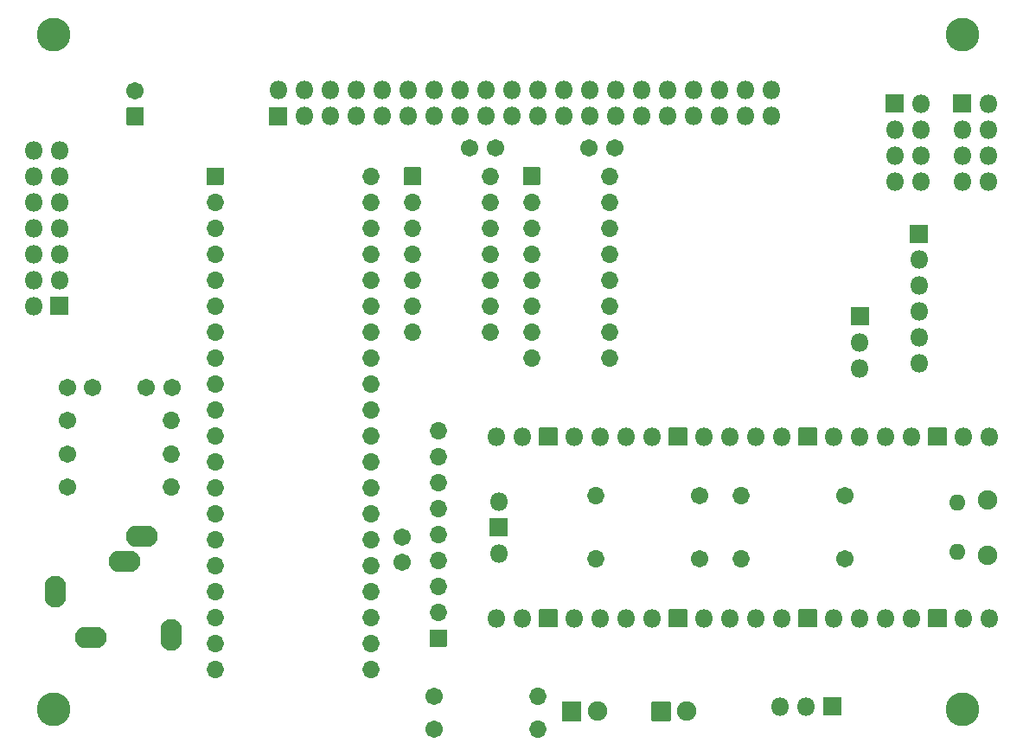
<source format=gbs>
G04 #@! TF.GenerationSoftware,KiCad,Pcbnew,(6.0.0-0)*
G04 #@! TF.CreationDate,2022-01-10T15:54:52+09:00*
G04 #@! TF.ProjectId,KZ80-USBKBD,4b5a3830-2d55-4534-924b-42442e6b6963,rev?*
G04 #@! TF.SameCoordinates,Original*
G04 #@! TF.FileFunction,Soldermask,Bot*
G04 #@! TF.FilePolarity,Negative*
%FSLAX46Y46*%
G04 Gerber Fmt 4.6, Leading zero omitted, Abs format (unit mm)*
G04 Created by KiCad (PCBNEW (6.0.0-0)) date 2022-01-10 15:54:52*
%MOMM*%
%LPD*%
G01*
G04 APERTURE LIST*
%ADD10C,1.702000*%
%ADD11C,1.902000*%
%ADD12O,1.802000X1.802000*%
%ADD13O,2.102000X3.102000*%
%ADD14O,3.102000X2.102000*%
%ADD15C,3.302000*%
%ADD16O,1.702000X1.702000*%
%ADD17O,1.602000X1.602000*%
%ADD18O,1.902000X1.902000*%
G04 APERTURE END LIST*
G36*
G01*
X106300000Y-67351000D02*
X104700000Y-67351000D01*
G75*
G02*
X104649000Y-67300000I0J51000D01*
G01*
X104649000Y-65700000D01*
G75*
G02*
X104700000Y-65649000I51000J0D01*
G01*
X106300000Y-65649000D01*
G75*
G02*
X106351000Y-65700000I0J-51000D01*
G01*
X106351000Y-67300000D01*
G75*
G02*
X106300000Y-67351000I-51000J0D01*
G01*
G37*
D10*
X105500000Y-64000000D03*
X106608000Y-93036000D03*
X109108000Y-93036000D03*
X98858000Y-93036000D03*
X101358000Y-93036000D03*
X131624000Y-110184000D03*
X131624000Y-107684000D03*
X152452000Y-69564000D03*
X149952000Y-69564000D03*
X140778000Y-69564000D03*
X138278000Y-69564000D03*
G36*
G01*
X147299000Y-125650000D02*
X147299000Y-123850000D01*
G75*
G02*
X147350000Y-123799000I51000J0D01*
G01*
X149150000Y-123799000D01*
G75*
G02*
X149201000Y-123850000I0J-51000D01*
G01*
X149201000Y-125650000D01*
G75*
G02*
X149150000Y-125701000I-51000J0D01*
G01*
X147350000Y-125701000D01*
G75*
G02*
X147299000Y-125650000I0J51000D01*
G01*
G37*
D11*
X150790000Y-124750000D03*
G36*
G01*
X156049000Y-125650000D02*
X156049000Y-123850000D01*
G75*
G02*
X156100000Y-123799000I51000J0D01*
G01*
X157900000Y-123799000D01*
G75*
G02*
X157951000Y-123850000I0J-51000D01*
G01*
X157951000Y-125650000D01*
G75*
G02*
X157900000Y-125701000I-51000J0D01*
G01*
X156100000Y-125701000D01*
G75*
G02*
X156049000Y-125650000I0J51000D01*
G01*
G37*
X159540000Y-124750000D03*
G36*
G01*
X120350000Y-67401000D02*
X118650000Y-67401000D01*
G75*
G02*
X118599000Y-67350000I0J51000D01*
G01*
X118599000Y-65650000D01*
G75*
G02*
X118650000Y-65599000I51000J0D01*
G01*
X120350000Y-65599000D01*
G75*
G02*
X120401000Y-65650000I0J-51000D01*
G01*
X120401000Y-67350000D01*
G75*
G02*
X120350000Y-67401000I-51000J0D01*
G01*
G37*
D12*
X119500000Y-63960000D03*
X122040000Y-66500000D03*
X122040000Y-63960000D03*
X124580000Y-66500000D03*
X124580000Y-63960000D03*
X127120000Y-66500000D03*
X127120000Y-63960000D03*
X129660000Y-66500000D03*
X129660000Y-63960000D03*
X132200000Y-66500000D03*
X132200000Y-63960000D03*
X134740000Y-66500000D03*
X134740000Y-63960000D03*
X137280000Y-66500000D03*
X137280000Y-63960000D03*
X139820000Y-66500000D03*
X139820000Y-63960000D03*
X142360000Y-66500000D03*
X142360000Y-63960000D03*
X144900000Y-66500000D03*
X144900000Y-63960000D03*
X147440000Y-66500000D03*
X147440000Y-63960000D03*
X149980000Y-66500000D03*
X149980000Y-63960000D03*
X152520000Y-66500000D03*
X152520000Y-63960000D03*
X155060000Y-66500000D03*
X155060000Y-63960000D03*
X157600000Y-66500000D03*
X157600000Y-63960000D03*
X160140000Y-66500000D03*
X160140000Y-63960000D03*
X162680000Y-66500000D03*
X162680000Y-63960000D03*
X165220000Y-66500000D03*
X165220000Y-63960000D03*
X167760000Y-66500000D03*
X167760000Y-63960000D03*
G36*
G01*
X99002000Y-84213000D02*
X99002000Y-85913000D01*
G75*
G02*
X98951000Y-85964000I-51000J0D01*
G01*
X97251000Y-85964000D01*
G75*
G02*
X97200000Y-85913000I0J51000D01*
G01*
X97200000Y-84213000D01*
G75*
G02*
X97251000Y-84162000I51000J0D01*
G01*
X98951000Y-84162000D01*
G75*
G02*
X99002000Y-84213000I0J-51000D01*
G01*
G37*
X95561000Y-85063000D03*
X98101000Y-82523000D03*
X95561000Y-82523000D03*
X98101000Y-79983000D03*
X95561000Y-79983000D03*
X98101000Y-77443000D03*
X95561000Y-77443000D03*
X98101000Y-74903000D03*
X95561000Y-74903000D03*
X98101000Y-72363000D03*
X95561000Y-72363000D03*
X98101000Y-69823000D03*
X95561000Y-69823000D03*
D13*
X97700000Y-113000000D03*
D14*
X106200000Y-107600000D03*
X104500000Y-110100000D03*
D13*
X109000000Y-117300000D03*
D14*
X101200000Y-117500000D03*
G36*
G01*
X181349000Y-78850000D02*
X181349000Y-77150000D01*
G75*
G02*
X181400000Y-77099000I51000J0D01*
G01*
X183100000Y-77099000D01*
G75*
G02*
X183151000Y-77150000I0J-51000D01*
G01*
X183151000Y-78850000D01*
G75*
G02*
X183100000Y-78901000I-51000J0D01*
G01*
X181400000Y-78901000D01*
G75*
G02*
X181349000Y-78850000I0J51000D01*
G01*
G37*
D12*
X182250000Y-80540000D03*
X182250000Y-83080000D03*
X182250000Y-85620000D03*
X182250000Y-88160000D03*
X182250000Y-90700000D03*
G36*
G01*
X185582000Y-66106000D02*
X185582000Y-64406000D01*
G75*
G02*
X185633000Y-64355000I51000J0D01*
G01*
X187333000Y-64355000D01*
G75*
G02*
X187384000Y-64406000I0J-51000D01*
G01*
X187384000Y-66106000D01*
G75*
G02*
X187333000Y-66157000I-51000J0D01*
G01*
X185633000Y-66157000D01*
G75*
G02*
X185582000Y-66106000I0J51000D01*
G01*
G37*
X189023000Y-65256000D03*
X186483000Y-67796000D03*
X189023000Y-67796000D03*
X186483000Y-70336000D03*
X189023000Y-70336000D03*
X186483000Y-72876000D03*
X189023000Y-72876000D03*
G36*
G01*
X178982000Y-66106000D02*
X178982000Y-64406000D01*
G75*
G02*
X179033000Y-64355000I51000J0D01*
G01*
X180733000Y-64355000D01*
G75*
G02*
X180784000Y-64406000I0J-51000D01*
G01*
X180784000Y-66106000D01*
G75*
G02*
X180733000Y-66157000I-51000J0D01*
G01*
X179033000Y-66157000D01*
G75*
G02*
X178982000Y-66106000I0J51000D01*
G01*
G37*
X182423000Y-65256000D03*
X179883000Y-67796000D03*
X182423000Y-67796000D03*
X179883000Y-70336000D03*
X182423000Y-70336000D03*
X179883000Y-72876000D03*
X182423000Y-72876000D03*
G36*
G01*
X175575000Y-86924000D02*
X175575000Y-85224000D01*
G75*
G02*
X175626000Y-85173000I51000J0D01*
G01*
X177326000Y-85173000D01*
G75*
G02*
X177377000Y-85224000I0J-51000D01*
G01*
X177377000Y-86924000D01*
G75*
G02*
X177326000Y-86975000I-51000J0D01*
G01*
X175626000Y-86975000D01*
G75*
G02*
X175575000Y-86924000I0J51000D01*
G01*
G37*
X176476000Y-88614000D03*
X176476000Y-91154000D03*
D15*
X97500000Y-58500000D03*
X186500000Y-58500000D03*
X97500000Y-124500000D03*
X186500000Y-124500000D03*
D10*
X134750000Y-123250000D03*
D16*
X144910000Y-123250000D03*
D10*
X134750000Y-126500000D03*
D16*
X144910000Y-126500000D03*
D10*
X98858000Y-99536000D03*
D16*
X109018000Y-99536000D03*
D10*
X98858000Y-102786000D03*
D16*
X109018000Y-102786000D03*
D10*
X98858000Y-96286000D03*
D16*
X109018000Y-96286000D03*
G36*
G01*
X172900000Y-123349000D02*
X174600000Y-123349000D01*
G75*
G02*
X174651000Y-123400000I0J-51000D01*
G01*
X174651000Y-125100000D01*
G75*
G02*
X174600000Y-125151000I-51000J0D01*
G01*
X172900000Y-125151000D01*
G75*
G02*
X172849000Y-125100000I0J51000D01*
G01*
X172849000Y-123400000D01*
G75*
G02*
X172900000Y-123349000I51000J0D01*
G01*
G37*
D12*
X171210000Y-124250000D03*
X168670000Y-124250000D03*
D17*
X185970000Y-109175000D03*
X185970000Y-104325000D03*
D18*
X189000000Y-109475000D03*
X189000000Y-104025000D03*
D12*
X189130000Y-97860000D03*
X186590000Y-97860000D03*
G36*
G01*
X183200000Y-96959000D02*
X184900000Y-96959000D01*
G75*
G02*
X184951000Y-97010000I0J-51000D01*
G01*
X184951000Y-98710000D01*
G75*
G02*
X184900000Y-98761000I-51000J0D01*
G01*
X183200000Y-98761000D01*
G75*
G02*
X183149000Y-98710000I0J51000D01*
G01*
X183149000Y-97010000D01*
G75*
G02*
X183200000Y-96959000I51000J0D01*
G01*
G37*
X181510000Y-97860000D03*
X178970000Y-97860000D03*
X176430000Y-97860000D03*
X173890000Y-97860000D03*
G36*
G01*
X170500000Y-96959000D02*
X172200000Y-96959000D01*
G75*
G02*
X172251000Y-97010000I0J-51000D01*
G01*
X172251000Y-98710000D01*
G75*
G02*
X172200000Y-98761000I-51000J0D01*
G01*
X170500000Y-98761000D01*
G75*
G02*
X170449000Y-98710000I0J51000D01*
G01*
X170449000Y-97010000D01*
G75*
G02*
X170500000Y-96959000I51000J0D01*
G01*
G37*
X168810000Y-97860000D03*
X166270000Y-97860000D03*
X163730000Y-97860000D03*
X161190000Y-97860000D03*
G36*
G01*
X157800000Y-96959000D02*
X159500000Y-96959000D01*
G75*
G02*
X159551000Y-97010000I0J-51000D01*
G01*
X159551000Y-98710000D01*
G75*
G02*
X159500000Y-98761000I-51000J0D01*
G01*
X157800000Y-98761000D01*
G75*
G02*
X157749000Y-98710000I0J51000D01*
G01*
X157749000Y-97010000D01*
G75*
G02*
X157800000Y-96959000I51000J0D01*
G01*
G37*
X156110000Y-97860000D03*
X153570000Y-97860000D03*
X151030000Y-97860000D03*
X148490000Y-97860000D03*
G36*
G01*
X145100000Y-96959000D02*
X146800000Y-96959000D01*
G75*
G02*
X146851000Y-97010000I0J-51000D01*
G01*
X146851000Y-98710000D01*
G75*
G02*
X146800000Y-98761000I-51000J0D01*
G01*
X145100000Y-98761000D01*
G75*
G02*
X145049000Y-98710000I0J51000D01*
G01*
X145049000Y-97010000D01*
G75*
G02*
X145100000Y-96959000I51000J0D01*
G01*
G37*
X143410000Y-97860000D03*
X140870000Y-97860000D03*
X140870000Y-115640000D03*
X143410000Y-115640000D03*
G36*
G01*
X145100000Y-114739000D02*
X146800000Y-114739000D01*
G75*
G02*
X146851000Y-114790000I0J-51000D01*
G01*
X146851000Y-116490000D01*
G75*
G02*
X146800000Y-116541000I-51000J0D01*
G01*
X145100000Y-116541000D01*
G75*
G02*
X145049000Y-116490000I0J51000D01*
G01*
X145049000Y-114790000D01*
G75*
G02*
X145100000Y-114739000I51000J0D01*
G01*
G37*
X148490000Y-115640000D03*
X151030000Y-115640000D03*
X153570000Y-115640000D03*
X156110000Y-115640000D03*
G36*
G01*
X157800000Y-114739000D02*
X159500000Y-114739000D01*
G75*
G02*
X159551000Y-114790000I0J-51000D01*
G01*
X159551000Y-116490000D01*
G75*
G02*
X159500000Y-116541000I-51000J0D01*
G01*
X157800000Y-116541000D01*
G75*
G02*
X157749000Y-116490000I0J51000D01*
G01*
X157749000Y-114790000D01*
G75*
G02*
X157800000Y-114739000I51000J0D01*
G01*
G37*
X161190000Y-115640000D03*
X163730000Y-115640000D03*
X166270000Y-115640000D03*
X168810000Y-115640000D03*
G36*
G01*
X170500000Y-114739000D02*
X172200000Y-114739000D01*
G75*
G02*
X172251000Y-114790000I0J-51000D01*
G01*
X172251000Y-116490000D01*
G75*
G02*
X172200000Y-116541000I-51000J0D01*
G01*
X170500000Y-116541000D01*
G75*
G02*
X170449000Y-116490000I0J51000D01*
G01*
X170449000Y-114790000D01*
G75*
G02*
X170500000Y-114739000I51000J0D01*
G01*
G37*
X173890000Y-115640000D03*
X176430000Y-115640000D03*
X178970000Y-115640000D03*
X181510000Y-115640000D03*
G36*
G01*
X183200000Y-114739000D02*
X184900000Y-114739000D01*
G75*
G02*
X184951000Y-114790000I0J-51000D01*
G01*
X184951000Y-116490000D01*
G75*
G02*
X184900000Y-116541000I-51000J0D01*
G01*
X183200000Y-116541000D01*
G75*
G02*
X183149000Y-116490000I0J51000D01*
G01*
X183149000Y-114790000D01*
G75*
G02*
X183200000Y-114739000I51000J0D01*
G01*
G37*
X186590000Y-115640000D03*
X189130000Y-115640000D03*
X141100000Y-104210000D03*
G36*
G01*
X140250000Y-105849000D02*
X141950000Y-105849000D01*
G75*
G02*
X142001000Y-105900000I0J-51000D01*
G01*
X142001000Y-107600000D01*
G75*
G02*
X141950000Y-107651000I-51000J0D01*
G01*
X140250000Y-107651000D01*
G75*
G02*
X140199000Y-107600000I0J51000D01*
G01*
X140199000Y-105900000D01*
G75*
G02*
X140250000Y-105849000I51000J0D01*
G01*
G37*
X141100000Y-109290000D03*
G36*
G01*
X112485000Y-73158000D02*
X112485000Y-71558000D01*
G75*
G02*
X112536000Y-71507000I51000J0D01*
G01*
X114136000Y-71507000D01*
G75*
G02*
X114187000Y-71558000I0J-51000D01*
G01*
X114187000Y-73158000D01*
G75*
G02*
X114136000Y-73209000I-51000J0D01*
G01*
X112536000Y-73209000D01*
G75*
G02*
X112485000Y-73158000I0J51000D01*
G01*
G37*
D16*
X113336000Y-74898000D03*
X113336000Y-77438000D03*
X113336000Y-79978000D03*
X113336000Y-82518000D03*
X113336000Y-85058000D03*
X113336000Y-87598000D03*
X113336000Y-90138000D03*
X113336000Y-92678000D03*
X113336000Y-95218000D03*
X113336000Y-97758000D03*
X113336000Y-100298000D03*
X113336000Y-102838000D03*
X113336000Y-105378000D03*
X113336000Y-107918000D03*
X113336000Y-110458000D03*
X113336000Y-112998000D03*
X113336000Y-115538000D03*
X113336000Y-118078000D03*
X113336000Y-120618000D03*
X128576000Y-120618000D03*
X128576000Y-118078000D03*
X128576000Y-115538000D03*
X128576000Y-112998000D03*
X128576000Y-110458000D03*
X128576000Y-107918000D03*
X128576000Y-105378000D03*
X128576000Y-102838000D03*
X128576000Y-100298000D03*
X128576000Y-97758000D03*
X128576000Y-95218000D03*
X128576000Y-92678000D03*
X128576000Y-90138000D03*
X128576000Y-87598000D03*
X128576000Y-85058000D03*
X128576000Y-82518000D03*
X128576000Y-79978000D03*
X128576000Y-77438000D03*
X128576000Y-74898000D03*
X128576000Y-72358000D03*
G36*
G01*
X143473000Y-73148000D02*
X143473000Y-71548000D01*
G75*
G02*
X143524000Y-71497000I51000J0D01*
G01*
X145124000Y-71497000D01*
G75*
G02*
X145175000Y-71548000I0J-51000D01*
G01*
X145175000Y-73148000D01*
G75*
G02*
X145124000Y-73199000I-51000J0D01*
G01*
X143524000Y-73199000D01*
G75*
G02*
X143473000Y-73148000I0J51000D01*
G01*
G37*
X144324000Y-74888000D03*
X144324000Y-77428000D03*
X144324000Y-79968000D03*
X144324000Y-82508000D03*
X144324000Y-85048000D03*
X144324000Y-87588000D03*
X144324000Y-90128000D03*
X151944000Y-90128000D03*
X151944000Y-87588000D03*
X151944000Y-85048000D03*
X151944000Y-82508000D03*
X151944000Y-79968000D03*
X151944000Y-77428000D03*
X151944000Y-74888000D03*
X151944000Y-72348000D03*
G36*
G01*
X131809000Y-73148000D02*
X131809000Y-71548000D01*
G75*
G02*
X131860000Y-71497000I51000J0D01*
G01*
X133460000Y-71497000D01*
G75*
G02*
X133511000Y-71548000I0J-51000D01*
G01*
X133511000Y-73148000D01*
G75*
G02*
X133460000Y-73199000I-51000J0D01*
G01*
X131860000Y-73199000D01*
G75*
G02*
X131809000Y-73148000I0J51000D01*
G01*
G37*
X132660000Y-74888000D03*
X132660000Y-77428000D03*
X132660000Y-79968000D03*
X132660000Y-82508000D03*
X132660000Y-85048000D03*
X132660000Y-87588000D03*
X140280000Y-87588000D03*
X140280000Y-85048000D03*
X140280000Y-82508000D03*
X140280000Y-79968000D03*
X140280000Y-77428000D03*
X140280000Y-74888000D03*
X140280000Y-72348000D03*
D10*
X160800000Y-103600000D03*
D16*
X150640000Y-103600000D03*
D10*
X175000000Y-103600000D03*
D16*
X164840000Y-103600000D03*
D10*
X160800000Y-109800000D03*
D16*
X150640000Y-109800000D03*
D10*
X175000000Y-109800000D03*
D16*
X164840000Y-109800000D03*
G36*
G01*
X135980000Y-118421000D02*
X134380000Y-118421000D01*
G75*
G02*
X134329000Y-118370000I0J51000D01*
G01*
X134329000Y-116770000D01*
G75*
G02*
X134380000Y-116719000I51000J0D01*
G01*
X135980000Y-116719000D01*
G75*
G02*
X136031000Y-116770000I0J-51000D01*
G01*
X136031000Y-118370000D01*
G75*
G02*
X135980000Y-118421000I-51000J0D01*
G01*
G37*
X135180000Y-115030000D03*
X135180000Y-112490000D03*
X135180000Y-109950000D03*
X135180000Y-107410000D03*
X135180000Y-104870000D03*
X135180000Y-102330000D03*
X135180000Y-99790000D03*
X135180000Y-97250000D03*
M02*

</source>
